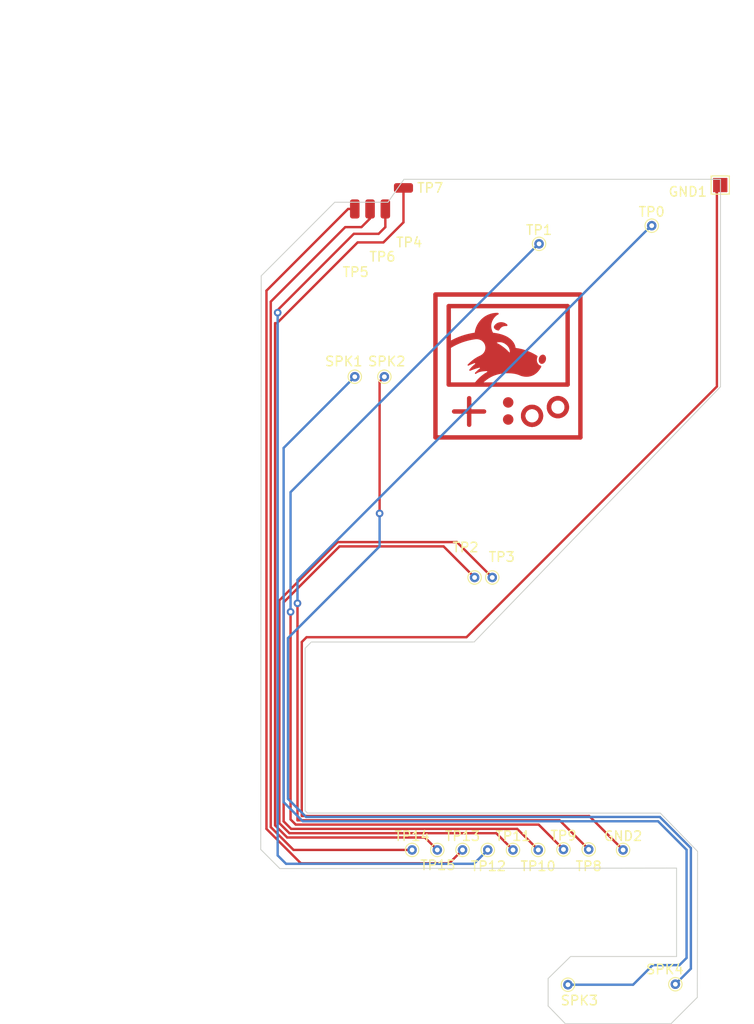
<source format=kicad_pcb>
(kicad_pcb (version 20221018) (generator pcbnew)
  (layers (0 "F.Cu" signal) (31 "B.Cu" signal) (34 "B.Paste" user) (35 "F.Paste" user) (36 "B.SilkS" user "B.Silkscreen") (37 "F.SilkS" user "F.Silkscreen") (38 "B.Mask" user) (39 "F.Mask" user) (44 "Edge.Cuts" user))
  (net 0 "")
  (net 1 "Net-(GND1-Pad1)")
  (net 2 "Net-(SPK1-Pad1)")
  (net 3 "Net-(SPK2-Pad1)")
  (net 4 "Net-(TP0-Pad1)")
  (net 5 "Net-(TP1-Pad1)")
  (net 6 "Net-(TP10-Pad1)")
  (net 7 "Net-(TP11-Pad1)")
  (net 8 "Net-(TP12-Pad1)")
  (net 9 "Net-(TP13-Pad1)")
  (net 10 "Net-(TP14-Pad1)")
  (net 11 "Net-(TP15-Pad1)")
  (footprint "Connector_Wire:SolderWirePad_1x01_SMD_1x2mm" (layer "F.Cu") (at 182.7 65)
    (fp_text reference "TP4")
    (fp_text value "TestPoint")
  )
  (footprint "TestPoint:TestPoint_THTPad_D1.0mm_Drill0.5mm" (layer "F.Cu") (at 185.5 132.05)
    (fp_text reference "TP14")
    (fp_text value "TestPoint")
  )
  (footprint "TestPoint:TestPoint_THTPad_D1.0mm_Drill0.5mm" (layer "F.Cu") (at 204 132)
    (fp_text reference "TP8")
    (fp_text value "TestPoint")
  )
  (footprint "TestPoint:TestPoint_THTPad_D1.0mm_Drill0.5mm" (layer "F.Cu") (at 196.071428 132.05)
    (fp_text reference "TP11")
    (fp_text value "TestPoint")
  )
  (footprint "TestPoint:TestPoint_Pad_1.5x1.5mm" (layer "F.Cu") (at 217.775 62.5)
    (fp_text reference "GND1")
    (fp_text value "TestPoint")
  )
  (footprint "Connector_Wire:SolderWirePad_1x01_SMD_1x2mm" (layer "F.Cu") (at 179.5 65)
    (fp_text reference "TP5")
    (fp_text value "TestPoint")
  )
  (footprint "TestPoint:TestPoint_THTPad_D1.0mm_Drill0.5mm" (layer "F.Cu") (at 193.9 103.55)
    (fp_text reference "TP3")
    (fp_text value "TestPoint")
  )
  (footprint "TestPoint:TestPoint_THTPad_D1.0mm_Drill0.5mm" (layer "F.Cu") (at 207.6 132.05)
    (fp_text reference "GND2")
    (fp_text value "TestPoint")
  )
  (footprint "TestPoint:TestPoint_THTPad_D1.0mm_Drill0.5mm" (layer "F.Cu") (at 193.428571 132.05)
    (fp_text reference "TP12")
    (fp_text value "TestPoint")
  )
  (footprint "TestPoint:TestPoint_THTPad_D1.0mm_Drill0.5mm" (layer "F.Cu") (at 179.5 82.55)
    (fp_text reference "SPK1")
    (fp_text value "TestPoint")
  )
  (footprint "TestPoint:TestPoint_THTPad_D1.0mm_Drill0.5mm" (layer "F.Cu") (at 213.075 146.1)
    (fp_text reference "SPK4")
    (fp_text value "TestPoint")
  )
  (footprint "TestPoint:TestPoint_THTPad_D1.0mm_Drill0.5mm" (layer "F.Cu") (at 190.785714 132.05)
    (fp_text reference "TP13")
    (fp_text value "TestPoint")
  )
  (footprint "TestPoint:TestPoint_THTPad_D1.0mm_Drill0.5mm" (layer "F.Cu") (at 188.142857 132.05)
    (fp_text reference "TP15")
    (fp_text value "TestPoint")
  )
  (footprint "TestPoint:TestPoint_THTPad_D1.0mm_Drill0.5mm" (layer "F.Cu") (at 192.05 103.55)
    (fp_text reference "TP2")
    (fp_text value "TestPoint")
  )
  (footprint "TestPoint:TestPoint_THTPad_D1.0mm_Drill0.5mm" (layer "F.Cu") (at 201.357142 132)
    (fp_text reference "TP9")
    (fp_text value "TestPoint")
  )
  (footprint "TestPoint:TestPoint_THTPad_D1.0mm_Drill0.5mm" (layer "F.Cu") (at 198.714285 132.05)
    (fp_text reference "TP10")
    (fp_text value "TestPoint")
  )
  (footprint "TestPoint:TestPoint_THTPad_D1.0mm_Drill0.5mm" (layer "F.Cu") (at 198.8 68.65)
    (fp_text reference "TP1")
    (fp_text value "TestPoint")
  )
  (footprint "Connector_Wire:SolderWirePad_1x01_SMD_1x2mm" (layer "F.Cu") (at 184.6 62.8 -90)
    (fp_text reference "TP7")
    (fp_text value "TestPoint")
  )
  (footprint "TestPoint:TestPoint_THTPad_D1.0mm_Drill0.5mm" (layer "F.Cu") (at 210.6 66.75)
    (fp_text reference "TP0")
    (fp_text value "TestPoint")
  )
  (footprint "TestPoint:TestPoint_THTPad_D1.0mm_Drill0.5mm" (layer "F.Cu") (at 182.6 82.55)
    (fp_text reference "SPK2")
    (fp_text value "TestPoint")
  )
  (footprint "TestPoint:TestPoint_THTPad_D1.0mm_Drill0.5mm" (layer "F.Cu") (at 201.825 146.15)
    (fp_text reference "SPK3")
    (fp_text value "TestPoint")
  )
  (footprint "Connector_Wire:SolderWirePad_1x01_SMD_1x2mm" (layer "F.Cu") (at 181.1 65)
    (fp_text reference "TP6")
    (fp_text value "TestPoint")
  )
  (gr_line (start 198.888256 86.19555) (end 198.908882 86.235821) (stroke (width 0.46302)) (layer "F.Cu"))
  (gr_line (start 197.3463 86.046643) (end 197.375656 86.012754) (stroke (width 0.46302)) (layer "F.Cu"))
  (gr_line (start 198.908882 87.045658) (end 198.888256 87.085929) (stroke (width 0.46302)) (layer "F.Cu"))
  (gr_line (start 201.678928 85.966635) (end 201.666342 86.010956) (stroke (width 0.46302)) (layer "F.Cu"))
  (gr_line (start 191.480864 84.799238) (end 191.480864 87.574719) (stroke (width 0.46302)) (layer "F.Cu"))
  (gr_line (start 200.916589 86.656437) (end 200.869847 86.662376) (stroke (width 0.46302)) (layer "F.Cu"))
  (gr_line (start 201.465701 86.361205) (end 201.434776 86.393642) (stroke (width 0.46302)) (layer "F.Cu"))
  (gr_line (start 201.697571 85.590984) (end 201.70351 85.637726) (stroke (width 0.46302)) (layer "F.Cu"))
  (gr_line (start 199.913771 86.096766) (end 199.897048 86.054352) (stroke (width 0.46302)) (layer "F.Cu"))
  (gr_line (start 201.793661 83.371811) (end 189.339062 83.371811) (stroke (width 0.46302)) (layer "F.Cu"))
  (gr_line (start 201.495057 86.327316) (end 201.465701 86.361205) (stroke (width 0.46302)) (layer "F.Cu"))
  (gr_line (start 199.97559 85.248918) (end 199.999883 85.211023) (stroke (width 0.46302)) (layer "F.Cu"))
  (gr_line (start 197.544807 87.415209) (end 197.508189 87.38917) (stroke (width 0.46302)) (layer "F.Cu"))
  (gr_line (start 201.666342 85.455483) (end 201.678928 85.499804) (stroke (width 0.46302)) (layer "F.Cu"))
  (gr_line (start 197.74587 85.763434) (end 197.789267 85.748751) (stroke (width 0.46302)) (layer "F.Cu"))
  (gr_line (start 198.694989 87.332088) (end 198.6611 87.361443) (stroke (width 0.46302)) (layer "F.Cu"))
  (gr_line (start 200.540938 84.828644) (end 200.586124 84.818215) (stroke (width 0.46302)) (layer "F.Cu"))
  (gr_line (start 200.822416 84.800456) (end 200.869847 84.804062) (stroke (width 0.46302)) (layer "F.Cu"))
  (gr_line (start 198.255233 87.555743) (end 198.209239 87.563957) (stroke (width 0.46302)) (layer "F.Cu"))
  (gr_line (start 201.70351 85.828713) (end 201.697571 85.875455) (stroke (width 0.46302)) (layer "F.Cu"))
  (gr_line (start 201.634935 86.096766) (end 201.616232 86.138137) (stroke (width 0.46302)) (layer "F.Cu"))
  (gr_line (start 198.34474 87.532729) (end 198.300419 87.545314) (stroke (width 0.46302)) (layer "F.Cu"))
  (gr_line (start 198.999767 86.592677) (end 199.000982 86.64074) (stroke (width 0.46302)) (layer "F.Cu"))
  (gr_line (start 200.252157 84.958749) (end 200.290051 84.934456) (stroke (width 0.46302)) (layer "F.Cu"))
  (gr_line (start 199.845196 85.828713) (end 199.841589 85.781282) (stroke (width 0.46302)) (layer "F.Cu"))
  (gr_line (start 198.694989 85.949392) (end 198.727426 85.980317) (stroke (width 0.46302)) (layer "F.Cu"))
  (gr_line (start 197.133024 86.64074) (end 197.13424 86.592677) (stroke (width 0.46302)) (layer "F.Cu"))
  (gr_line (start 197.143786 86.782975) (end 197.137846 86.736233) (stroke (width 0.46302)) (layer "F.Cu"))
  (gr_line (start 199.97559 86.217521) (end 199.953101 86.178409) (stroke (width 0.46302)) (layer "F.Cu"))
  (gr_line (start 198.115066 87.573503) (end 198.067003 87.574719) (stroke (width 0.46302)) (layer "F.Cu"))
  (gr_line (start 200.180256 86.453923) (end 200.146367 86.424567) (stroke (width 0.46302)) (layer "F.Cu"))
  (gr_line (start 200.632118 84.810002) (end 200.678859 84.804062) (stroke (width 0.46302)) (layer "F.Cu"))
  (gr_line (start 197.175014 86.363003) (end 197.189698 86.319607) (stroke (width 0.46302)) (layer "F.Cu"))
  (gr_line (start 198.865767 86.156438) (end 198.888256 86.19555) (stroke (width 0.46302)) (layer "F.Cu"))
  (gr_line (start 198.841473 86.118543) (end 198.865767 86.156438) (stroke (width 0.46302)) (layer "F.Cu"))
  (gr_line (start 200.05365 86.327316) (end 200.025923 86.292033) (stroke (width 0.46302)) (layer "F.Cu"))
  (gr_line (start 198.6611 85.920036) (end 198.694989 85.949392) (stroke (width 0.46302)) (layer "F.Cu"))
  (gr_line (start 201.36845 86.453923) (end 201.333167 86.48165) (stroke (width 0.46302)) (layer "F.Cu"))
  (gr_line (start 200.083005 86.361205) (end 200.05365 86.327316) (stroke (width 0.46302)) (layer "F.Cu"))
  (gr_line (start 187.95 88.89962) (end 187.95 73.95) (stroke (width 0.46302)) (layer "F.Cu"))
  (gr_poly (pts (xy 194.852479 76.843715) (xy 194.900352 76.846435) (xy 194.947917 76.851404) (xy 194.995025 76.858574) (xy 195.041527 76.867899) (xy 195.087272 76.879333) (xy 195.132113 76.892828) (xy 195.175899 76.908338) (xy 195.218482 76.925818) (xy 195.259713 76.94522) (xy 195.299442 76.966498) (xy 195.337519 76.989605) (xy 195.373797 77.014495) (xy 195.408124 77.041121) (xy 195.440354 77.069437) (xy 195.448328 77.077703) (xy 195.45563 77.08611) (xy 195.462251 77.09463) (xy 195.468185 77.103233) (xy 195.473426 77.111891) (xy 195.477966 77.120573) (xy 195.481799 77.129252) (xy 195.484918 77.137898) (xy 195.487316 77.146481) (xy 195.488986 77.154974) (xy 195.489547 77.159177) (xy 195.489922 77.163347) (xy 195.490113 77.167479) (xy 195.490117 77.17157) (xy 195.489934 77.175617) (xy 195.489563 77.179615) (xy 195.489004 77.183562) (xy 195.488255 77.187453) (xy 195.487316 77.191285) (xy 195.486185 77.195054) (xy 195.484863 77.198757) (xy 195.483347 77.20239) (xy 195.481378 77.206384) (xy 195.478912 77.210625) (xy 195.475901 77.215032) (xy 195.472299 77.219526) (xy 195.468056 77.224028) (xy 195.463127 77.228458) (xy 195.457464 77.232738) (xy 195.451018 77.236786) (xy 195.443743 77.240525) (xy 195.435591 77.243873) (xy 195.426515 77.246753) (xy 195.416467 77.249085) (xy 195.4054 77.250789) (xy 195.393266 77.251785) (xy 195.380018 77.251995) (xy 195.365608 77.251338) (xy 195.319431 77.248996) (xy 195.27502 77.249061) (xy 195.232353 77.251385) (xy 195.191408 77.255819) (xy 195.152166 77.262211) (xy 195.114605 77.270413) (xy 195.078703 77.280274) (xy 195.044439 77.291646) (xy 195.011793 77.304378) (xy 194.980742 77.318321) (xy 194.951266 77.333324) (xy 194.923344 77.349239) (xy 194.896954 77.365916) (xy 194.872076 77.383204) (xy 194.848687 77.400955) (xy 194.826767 77.419018) (xy 194.806295 77.437244) (xy 194.787249 77.455483) (xy 194.753351 77.491401) (xy 194.724905 77.525575) (xy 194.701741 77.556808) (xy 194.683688 77.583901) (xy 194.670579 77.605657) (xy 194.658508 77.628369) (xy 194.655062 77.635269) (xy 194.651546 77.641835) (xy 194.647965 77.648076) (xy 194.644324 77.653998) (xy 194.640628 77.659609) (xy 194.63688 77.664916) (xy 194.633086 77.669927) (xy 194.629249 77.67465) (xy 194.625374 77.679092) (xy 194.621467 77.68326) (xy 194.61753 77.687163) (xy 194.613569 77.690807) (xy 194.609588 77.6942) (xy 194.605592 77.697349) (xy 194.601585 77.700263) (xy 194.597571 77.702948) (xy 194.593556 77.705412) (xy 194.589543 77.707663) (xy 194.585537 77.709708) (xy 194.581542 77.711555) (xy 194.573606 77.714683) (xy 194.565769 77.717107) (xy 194.558069 77.718888) (xy 194.550539 77.720086) (xy 194.543217 77.720761) (xy 194.536139 77.720972) (xy 194.534039 77.720949) (xy 194.531956 77.720883) (xy 194.529892 77.720776) (xy 194.52785 77.720631) (xy 194.523838 77.72024) (xy 194.519934 77.719732) (xy 194.516154 77.719132) (xy 194.512513 77.718462) (xy 194.509028 77.717745) (xy 194.505713 77.717005) (xy 194.490076 77.713172) (xy 194.47451 77.70916) (xy 194.444113 77.700882) (xy 194.415578 77.692727) (xy 194.389956 77.685255) (xy 194.375405 77.681286) (xy 194.364355 77.677204) (xy 194.335997 77.66537) (xy 194.316874 77.656507) (xy 194.295282 77.64566) (xy 194.27184 77.632814) (xy 194.247165 77.617951) (xy 194.221879 77.601058) (xy 194.196599 77.582119) (xy 194.171945 77.561118) (xy 194.160046 77.549839) (xy 194.148536 77.538039) (xy 194.137492 77.525716) (xy 194.126991 77.512867) (xy 194.117111 77.499492) (xy 194.107929 77.485587) (xy 194.099523 77.471152) (xy 194.09197 77.456183) (xy 194.085348 77.44068) (xy 194.079733 77.42464) (xy 194.075268 77.4082) (xy 194.072041 77.391627) (xy 194.070051 77.374925) (xy 194.069295 77.358102) (xy 194.069771 77.341162) (xy 194.071478 77.324112) (xy 194.074413 77.306957) (xy 194.078576 77.289703) (xy 194.083962 77.272356) (xy 194.090572 77.254922) (xy 194.098402 77.237407) (xy 194.107452 77.219816) (xy 194.117718 77.202155) (xy 194.1292 77.18443) (xy 194.141894 77.166648) (xy 194.1558 77.148812) (xy 194.183867 77.116051) (xy 194.213458 77.085006) (xy 194.244519 77.055703) (xy 194.276992 77.028168) (xy 194.310822 77.002428) (xy 194.345952 76.978509) (xy 194.382326 76.956436) (xy 194.419888 76.936236) (xy 194.458581 76.917935) (xy 194.498351 76.90156) (xy 194.539139 76.887136) (xy 194.580891 76.874689) (xy 194.62355 76.864246) (xy 194.667059 76.855834) (xy 194.711363 76.849477) (xy 194.756405 76.845203) (xy 194.804447 76.843288)) (fill solid) (layer "F.Cu"))
  (gr_line (start 201.258655 86.531983) (end 201.219543 86.554472) (stroke (width 0.46302)) (layer "F.Cu"))
  (gr_line (start 199.932475 85.328301) (end 199.953101 85.28803) (stroke (width 0.46302)) (layer "F.Cu"))
  (gr_line (start 198.209239 87.563957) (end 198.162497 87.569897) (stroke (width 0.46302)) (layer "F.Cu"))
  (gr_line (start 198.990221 86.498504) (end 198.99616 86.545246) (stroke (width 0.46302)) (layer "F.Cu"))
  (gr_line (start 201.219543 84.911967) (end 201.258655 84.934456) (stroke (width 0.46302)) (layer "F.Cu"))
  (gr_line (start 197.924768 87.563957) (end 197.878774 87.555743) (stroke (width 0.46302)) (layer "F.Cu"))
  (gr_line (start 201.678928 85.499804) (end 201.689357 85.54499) (stroke (width 0.46302)) (layer "F.Cu"))
  (gr_line (start 198.471922 87.482618) (end 198.43055 87.501322) (stroke (width 0.46302)) (layer "F.Cu"))
  (gr_line (start 197.26824 87.125041) (end 197.245751 87.085929) (stroke (width 0.46302)) (layer "F.Cu"))
  (gr_line (start 201.1379 86.593802) (end 201.095486 86.610525) (stroke (width 0.46302)) (layer "F.Cu"))
  (gr_line (start 198.300419 87.545314) (end 198.255233 87.555743) (stroke (width 0.46302)) (layer "F.Cu"))
  (gr_line (start 198.971578 86.874155) (end 198.958993 86.918476) (stroke (width 0.46302)) (layer "F.Cu"))
  (gr_line (start 198.162497 87.569897) (end 198.115066 87.573503) (stroke (width 0.46302)) (layer "F.Cu"))
  (gr_line (start 201.495057 85.139122) (end 201.522783 85.174405) (stroke (width 0.46302)) (layer "F.Cu"))
  (gr_line (start 201.179271 84.891341) (end 201.219543 84.911967) (stroke (width 0.46302)) (layer "F.Cu"))
  (gr_line (start 201.095486 86.610525) (end 201.05209 86.625208) (stroke (width 0.46302)) (layer "F.Cu"))
  (gr_line (start 201.689357 85.921448) (end 201.678928 85.966635) (stroke (width 0.46302)) (layer "F.Cu"))
  (gr_line (start 197.406581 87.301162) (end 197.375656 87.268726) (stroke (width 0.46302)) (layer "F.Cu"))
  (gr_line (start 199.869778 85.499804) (end 199.882364 85.455483) (stroke (width 0.46302)) (layer "F.Cu"))
  (gr_line (start 198.018941 87.573503) (end 197.97151 87.569897) (stroke (width 0.46302)) (layer "F.Cu"))
  (gr_line (start 198.512193 87.461992) (end 198.471922 87.482618) (stroke (width 0.46302)) (layer "F.Cu"))
  (gr_line (start 197.472906 85.920036) (end 197.508189 85.892309) (stroke (width 0.46302)) (layer "F.Cu"))
  (gr_line (start 197.225125 86.235821) (end 197.245751 86.19555) (stroke (width 0.46302)) (layer "F.Cu"))
  (gr_line (start 198.944309 86.319607) (end 198.958993 86.363003) (stroke (width 0.46302)) (layer "F.Cu"))
  (gr_line (start 201.651659 86.054352) (end 201.634935 86.096766) (stroke (width 0.46302)) (layer "F.Cu"))
  (gr_line (start 197.318573 86.081925) (end 197.3463 86.046643) (stroke (width 0.46302)) (layer "F.Cu"))
  (gr_line (start 198.758351 87.268726) (end 198.727426 87.301162) (stroke (width 0.46302)) (layer "F.Cu"))
  (gr_line (start 197.13424 86.592677) (end 197.137846 86.545246) (stroke (width 0.46302)) (layer "F.Cu"))
  (gr_line (start 199.999883 86.255415) (end 199.97559 86.217521) (stroke (width 0.46302)) (layer "F.Cu"))
  (gr_line (start 199.869778 85.966635) (end 199.859349 85.921448) (stroke (width 0.46302)) (layer "F.Cu"))
  (gr_line (start 197.318573 87.199554) (end 197.292534 87.162936) (stroke (width 0.46302)) (layer "F.Cu"))
  (gr_line (start 201.70351 85.637726) (end 201.707117 85.685157) (stroke (width 0.46302)) (layer "F.Cu"))
  (gr_line (start 197.189698 86.319607) (end 197.206421 86.277193) (stroke (width 0.46302)) (layer "F.Cu"))
  (gr_line (start 201.708332 85.733219) (end 201.707117 85.781282) (stroke (width 0.46302)) (layer "F.Cu"))
  (gr_line (start 198.927586 87.004286) (end 198.908882 87.045658) (stroke (width 0.46302)) (layer "F.Cu"))
  (gr_line (start 200.180256 85.012516) (end 200.215539 84.984789) (stroke (width 0.46302)) (layer "F.Cu"))
  (gr_line (start 197.833588 85.736165) (end 197.878774 85.725736) (stroke (width 0.46302)) (layer "F.Cu"))
  (gr_poly (pts (xy 194.477321 75.864348) (xy 194.481318 75.864617) (xy 194.485286 75.865061) (xy 194.48922 75.865677) (xy 194.493117 75.866461) (xy 194.496971 75.867409) (xy 194.500779 75.868519) (xy 194.504535 75.869786) (xy 194.508234 75.871208) (xy 194.511873 75.87278) (xy 194.515446 75.874499) (xy 194.51895 75.876361) (xy 194.522378 75.878363) (xy 194.525728 75.880502) (xy 194.528994 75.882774) (xy 194.532171 75.885176) (xy 194.535255 75.887703) (xy 194.538242 75.890353) (xy 194.541126 75.893122) (xy 194.543904 75.896006) (xy 194.54657 75.899002) (xy 194.54912 75.902106) (xy 194.55155 75.905316) (xy 194.553854 75.908627) (xy 194.556029 75.912035) (xy 194.558069 75.915538) (xy 194.55997 75.919132) (xy 194.561727 75.922813) (xy 194.563336 75.926578) (xy 194.564793 75.930423) (xy 194.566092 75.934345) (xy 194.567228 75.93834) (xy 194.568625 75.944813) (xy 194.569565 75.951551) (xy 194.570008 75.95851) (xy 194.569916 75.965646) (xy 194.569251 75.972913) (xy 194.567973 75.980268) (xy 194.567092 75.983964) (xy 194.566044 75.987665) (xy 194.564824 75.991365) (xy 194.563425 75.99506) (xy 194.561845 75.998743) (xy 194.560078 76.002409) (xy 194.558119 76.006052) (xy 194.555963 76.009666) (xy 194.553606 76.013247) (xy 194.551042 76.016788) (xy 194.548267 76.020285) (xy 194.545276 76.02373) (xy 194.542065 76.02712) (xy 194.538627 76.030447) (xy 194.534959 76.033707) (xy 194.531055 76.036895) (xy 194.526911 76.040004) (xy 194.522522 76.043028) (xy 194.517883 76.045964) (xy 194.512989 76.048804) (xy 194.469874 76.070743) (xy 194.425351 76.097041) (xy 194.379782 76.127575) (xy 194.333527 76.162223) (xy 194.286947 76.200863) (xy 194.240401 76.243373) (xy 194.194251 76.28963) (xy 194.148857 76.339514) (xy 194.104579 76.392901) (xy 194.061777 76.44967) (xy 194.020812 76.509698) (xy 193.982045 76.572864) (xy 193.945836 76.639045) (xy 193.912546 76.708119) (xy 193.882534 76.779965) (xy 193.856161 76.854459) (xy 193.836316 76.922019) (xy 193.820184 76.989968) (xy 193.807757 77.058246) (xy 193.799028 77.126794) (xy 193.793988 77.195551) (xy 193.79263 77.264458) (xy 193.794946 77.333453) (xy 193.800929 77.402478) (xy 193.81057 77.471471) (xy 193.823863 77.540374) (xy 193.840798 77.609125) (xy 193.861369 77.677665) (xy 193.885568 77.745934) (xy 193.913387 77.813871) (xy 193.944818 77.881417) (xy 193.979853 77.948511) (xy 194.176134 77.972706) (xy 194.36125 78.002022) (xy 194.535529 78.036112) (xy 194.699296 78.074629) (xy 194.85288 78.117226) (xy 194.996607 78.163555) (xy 195.130803 78.21327) (xy 195.255796 78.266022) (xy 195.371913 78.321465) (xy 195.47948 78.379252) (xy 195.578825 78.439035) (xy 195.670273 78.500467) (xy 195.754153 78.563201) (xy 195.830792 78.626889) (xy 195.900515 78.691184) (xy 195.963649 78.75574) (xy 196.020523 78.820208) (xy 196.071462 78.884242) (xy 196.116794 78.947494) (xy 196.156845 79.009617) (xy 196.191943 79.070264) (xy 196.222414 79.129088) (xy 196.270783 79.239876) (xy 196.304567 79.339203) (xy 196.326383 79.424292) (xy 196.338844 79.492364) (xy 196.344567 79.540642) (xy 196.482413 79.557853) (xy 196.670573 79.587544) (xy 196.904359 79.635498) (xy 197.036895 79.66813) (xy 197.17908 79.707496) (xy 197.330325 79.754319) (xy 197.490046 79.809322) (xy 197.657656 79.873227) (xy 197.832569 79.946758) (xy 198.014199 80.030637) (xy 198.201959 80.125587) (xy 198.395263 80.232331) (xy 198.593525 80.351591) (xy 198.597529 80.354273) (xy 198.601353 80.357104) (xy 198.604998 80.360081) (xy 198.608461 80.363199) (xy 198.611743 80.366454) (xy 198.614842 80.369839) (xy 198.617758 80.373352) (xy 198.62049 80.376986) (xy 198.625398 80.384601) (xy 198.629558 80.392648) (xy 198.632965 80.401088) (xy 198.635611 80.409883) (xy 198.637489 80.418997) (xy 198.638593 80.42839) (xy 198.638917 80.438025) (xy 198.638452 80.447865) (xy 198.637194 80.457872) (xy 198.635133 80.468008) (xy 198.632265 80.478234) (xy 198.628582 80.488514) (xy 198.61926 80.516947) (xy 198.610871 80.544823) (xy 198.603386 80.572143) (xy 198.596778 80.59891) (xy 198.591017 80.625125) (xy 198.586076 80.650789) (xy 198.581925 80.675904) (xy 198.578538 80.70047) (xy 198.573938 80.747965) (xy 198.57205 80.793286) (xy 198.572646 80.836444) (xy 198.575499 80.877451) (xy 198.580383 80.916319) (xy 198.587072 80.953059) (xy 198.595338 80.987683) (xy 198.604954 81.020202) (xy 198.615695 81.050629) (xy 198.627333 81.078974) (xy 198.639641 81.10525) (xy 198.652394 81.129467) (xy 198.668442 81.156541) (xy 198.685496 81.182195) (xy 198.703433 81.206419) (xy 198.722126 81.229203) (xy 198.741451 81.250537) (xy 198.761282 81.270412) (xy 198.781496 81.288818) (xy 198.801966 81.305746) (xy 198.822568 81.321185) (xy 198.843176 81.335127) (xy 198.863667 81.34756) (xy 198.883914 81.358477) (xy 198.903793 81.367866) (xy 198.92318 81.375718) (xy 198.941948 81.382024) (xy 198.959973 81.386774) (xy 198.965351 81.388146) (xy 198.97057 81.389778) (xy 198.975624 81.391668) (xy 198.980509 81.393813) (xy 198.985219 81.39621) (xy 198.98975 81.398855) (xy 198.994097 81.401747) (xy 198.998254 81.404882) (xy 199.002219 81.408257) (xy 199.005984 81.41187) (xy 199.009546 81.415717) (xy 199.0129 81.419796) (xy 199.01604 81.424103) (xy 199.018962 81.428636) (xy 199.021662 81.433392) (xy 199.024134 81.438368) (xy 199.02656 81.444148) (xy 199.02863 81.450065) (xy 199.030343 81.456099) (xy 199.031699 81.462234) (xy 199.032699 81.468449) (xy 199.033343 81.474728) (xy 199.03363 81.481051) (xy 199.03356 81.4874) (xy 199.033133 81.493757) (xy 199.03235 81.500103) (xy 199.031211 81.50642) (xy 199.029715 81.512689) (xy 199.027862 81.518892) (xy 199.025653 81.525011) (xy 199.023087 81.531028) (xy 199.020165 81.536923) (xy 198.94851 81.663596) (xy 198.874139 81.779841) (xy 198.797352 81.886069) (xy 198.718449 81.982689) (xy 198.637729 82.070109) (xy 198.555492 82.14874) (xy 198.472038 82.218991) (xy 198.387666 82.28127) (xy 198.302675 82.335988) (xy 198.217366 82.383554) (xy 198.132038 82.424377) (xy 198.046991 82.458867) (xy 197.962525 82.487432) (xy 197.878938 82.510483) (xy 197.796531 82.528429) (xy 197.715604 82.541678) (xy 197.636455 82.550641) (xy 197.559385 82.555727) (xy 197.484693 82.557345) (xy 197.412679 82.555905) (xy 197.277884 82.545486) (xy 197.157395 82.527746) (xy 197.053611 82.50596) (xy 196.968929 82.483403) (xy 196.866457 82.449074) (xy 196.857857 82.445436) (xy 196.852131 82.442935) (xy 196.848858 82.44146) (xy 196.845289 82.439814) (xy 196.758484 82.401307) (xy 196.670261 82.366164) (xy 196.580689 82.334401) (xy 196.489838 82.306033) (xy 196.397777 82.281076) (xy 196.304577 82.259545) (xy 196.210308 82.241456) (xy 196.115038 82.226824) (xy 195.969432 82.210202) (xy 195.826302 82.197983) (xy 195.685654 82.190082) (xy 195.547491 82.186414) (xy 195.411817 82.186893) (xy 195.278638 82.191435) (xy 195.147957 82.199954) (xy 195.019778 82.212365) (xy 194.894106 82.228582) (xy 194.770944 82.248522) (xy 194.650298 82.272098) (xy 194.532171 82.299226) (xy 194.416568 82.32982) (xy 194.303492 82.363796) (xy 194.192949 82.401067) (xy 194.084942 82.441549) (xy 193.979475 82.485158) (xy 193.876553 82.531806) (xy 193.77618 82.581411) (xy 193.678361 82.633885) (xy 193.490398 82.747105) (xy 193.3127 82.870784) (xy 193.145299 83.004242) (xy 192.98823 83.146797) (xy 192.841526 83.297768) (xy 192.705222 83.456474) (xy 192.29148 83.452918) (xy 191.877738 83.451843) (xy 191.951552 83.342717) (xy 192.028309 83.236153) (xy 192.107897 83.132234) (xy 192.190205 83.031043) (xy 192.275121 82.932661) (xy 192.362535 82.837172) (xy 192.452333 82.744658) (xy 192.544406 82.6552) (xy 192.638641 82.568882) (xy 192.734928 82.485786) (xy 192.833154 82.405993) (xy 192.933209 82.329587) (xy 193.034981 82.25665) (xy 193.138358 82.187264) (xy 193.24323 82.121512) (xy 193.349484 82.059475) (xy 193.353313 82.057336) (xy 193.356861 82.054903) (xy 193.360128 82.052199) (xy 193.363113 82.049249) (xy 193.365813 82.046075) (xy 193.368229 82.042703) (xy 193.370358 82.039156) (xy 193.3722 82.035456) (xy 193.373753 82.031629) (xy 193.375016 82.027698) (xy 193.375988 82.023686) (xy 193.376667 82.019617) (xy 193.377053 82.015516) (xy 193.377144 82.011405) (xy 193.376939 82.007309) (xy 193.376437 82.003251) (xy 193.375637 81.999256) (xy 193.374536 81.995346) (xy 193.373135 81.991545) (xy 193.371432 81.987878) (xy 193.369426 81.984367) (xy 193.367115 81.981038) (xy 193.364499 81.977912) (xy 193.361575 81.975015) (xy 193.358344 81.97237) (xy 193.354803 81.970001) (xy 193.350952 81.967931) (xy 193.346788 81.966184) (xy 193.342312 81.964784) (xy 193.337522 81.963754) (xy 193.332416 81.963119) (xy 193.326994 81.962902) (xy 193.164149 81.969534) (xy 193.085349 81.974447) (xy 193.008233 81.980731) (xy 192.932753 81.988616) (xy 192.85886 81.998331) (xy 192.786506 82.010106) (xy 192.715642 82.02417) (xy 192.646219 82.040754) (xy 192.57819 82.060087) (xy 192.511506 82.082398) (xy 192.446118 82.107917) (xy 192.381978 82.136874) (xy 192.319038 82.169498) (xy 192.257249 82.20602) (xy 192.196562 82.246668) (xy 192.190096 82.250834) (xy 192.183496 82.254174) (xy 192.176801 82.256718) (xy 192.170048 82.258496) (xy 192.163274 82.25954) (xy 192.156516 82.259879) (xy 192.149812 82.259544) (xy 192.1432 82.258565) (xy 192.136717 82.256973) (xy 192.1304 82.254798) (xy 192.124287 82.25207) (xy 192.118415 82.248821) (xy 192.112821 82.245079) (xy 192.107544 82.240876) (xy 192.10262 82.236243) (xy 192.098087 82.231208) (xy 192.093982 82.225804) (xy 192.090342 82.22006) (xy 192.087206 82.214006) (xy 192.084611 82.207674) (xy 192.082593 82.201093) (xy 192.081191 82.194293) (xy 192.080441 82.187307) (xy 192.080382 82.180162) (xy 192.081051 82.172891) (xy 192.082484 82.165524) (xy 192.08472 82.15809) (xy 192.087796 82.15062) (xy 192.09175 82.143145) (xy 192.096618 82.135696) (xy 192.102438 82.128301) (xy 192.109248 82.120993) (xy 192.222296 82.008844) (xy 192.278238 81.9542) (xy 192.334971 81.900478) (xy 192.393378 81.847656) (xy 192.423486 81.821575) (xy 192.454344 81.79571) (xy 192.486062 81.770058) (xy 192.51875 81.744616) (xy 192.552521 81.719381) (xy 192.587483 81.694351) (xy 192.591195 81.691382) (xy 192.594521 81.688196) (xy 192.597469 81.684815) (xy 192.600043 81.681262) (xy 192.60225 81.677559) (xy 192.604095 81.67373) (xy 192.605586 81.669798) (xy 192.606727 81.665784) (xy 192.607526 81.661713) (xy 192.607987 81.657606) (xy 192.608118 81.653486) (xy 192.607924 81.649377) (xy 192.607411 81.645301) (xy 192.606585 81.64128) (xy 192.605452 81.637338) (xy 192.604019 81.633497) (xy 192.602292 81.62978) (xy 192.600276 81.62621) (xy 192.597977 81.62281) (xy 192.595402 81.619602) (xy 192.592557 81.616608) (xy 192.589447 81.613853) (xy 192.58608 81.611359) (xy 192.58246 81.609148) (xy 192.578594 81.607243) (xy 192.574488 81.605666) (xy 192.570148 81.604442) (xy 192.565579 81.603592) (xy 192.56079 81.60314) (xy 192.555784 81.603107) (xy 192.550568 81.603517) (xy 192.545149 81.604393) (xy 192.407451 81.639825) (xy 192.27824 81.676637) (xy 192.156208 81.714782) (xy 192.040043 81.754213) (xy 191.928437 81.794885) (xy 191.820078 81.836751) (xy 191.713657 81.879763) (xy 191.607864 81.923876) (xy 191.600631 81.926595) (xy 191.593458 81.928688) (xy 191.586365 81.930178) (xy 191.579372 81.931087) (xy 191.5725 81.931438) (xy 191.56577 81.931251) (xy 191.559203 81.930549) (xy 191.552818 81.929354) (xy 191.546637 81.927688) (xy 191.540679 81.925573) (xy 191.534967 81.923032) (xy 191.52952 81.920086) (xy 191.524358 81.916757) (xy 191.519503 81.913067) (xy 191.514975 81.909039) (xy 191.510795 81.904694) (xy 191.506982 81.900054) (xy 191.503559 81.895142) (xy 191.500545 81.88998) (xy 191.497961 81.884589) (xy 191.495827 81.878992) (xy 191.494165 81.87321) (xy 191.492994 81.867267) (xy 191.492336 81.861183) (xy 191.49221 81.85498) (xy 191.492638 81.848682) (xy 191.493641 81.842309) (xy 191.495237 81.835885) (xy 191.497449 81.82943) (xy 191.500297 81.822967) (xy 191.503802 81.816519) (xy 191.507983 81.810106) (xy 191.55427 81.746381) (xy 191.602696 81.684532) (xy 191.656021 81.622094) (xy 191.717004 81.556601) (xy 191.788405 81.48559) (xy 191.872984 81.406595) (xy 191.9735 81.317151) (xy 192.092713 81.214792) (xy 192.096398 81.211229) (xy 192.099648 81.207497) (xy 192.102473 81.203619) (xy 192.104882 81.199618) (xy 192.106887 81.195515) (xy 192.108496 81.191332) (xy 192.109721 81.187092) (xy 192.110572 81.182816) (xy 192.111058 81.178526) (xy 192.11119 81.174245) (xy 192.110978 81.169994) (xy 192.110432 81.165796) (xy 192.109563 81.161673) (xy 192.10838 81.157646) (xy 192.106894 81.153738) (xy 192.105115 81.149971) (xy 192.103052 81.146366) (xy 192.100718 81.142946) (xy 192.09812 81.139733) (xy 192.09527 81.136749) (xy 192.092178 81.134016) (xy 192.088854 81.131556) (xy 192.085308 81.129391) (xy 192.08155 81.127543) (xy 192.077591 81.126035) (xy 192.07344 81.124887) (xy 192.069108 81.124122) (xy 192.064605 81.123763) (xy 192.059942 81.123831) (xy 192.055127 81.124349) (xy 192.050172 81.125338) (xy 192.045087 81.12682) (xy 191.958065 81.156692) (xy 191.8744 81.187323) (xy 191.793788 81.218791) (xy 191.715928 81.251174) (xy 191.640518 81.28455) (xy 191.567255 81.318994) (xy 191.495837 81.354587) (xy 191.425962 81.391403) (xy 191.419787 81.39427) (xy 191.413443 81.396436) (xy 191.406971 81.397927) (xy 191.40041 81.398768) (xy 191.393803 81.398984) (xy 191.387188 81.398599) (xy 191.380607 81.397638) (xy 191.3741 81.396127) (xy 191.367707 81.394089) (xy 191.361468 81.39155) (xy 191.355425 81.388534) (xy 191.349618 81.385067) (xy 191.344087 81.381173) (xy 191.338872 81.376877) (xy 191.334015 81.372203) (xy 191.329554 81.367178) (xy 191.325532 81.361825) (xy 191.321989 81.356169) (xy 191.318964 81.350236) (xy 191.316498 81.344049) (xy 191.314633 81.337634) (xy 191.313407 81.331016) (xy 191.312862 81.324219) (xy 191.313039 81.317269) (xy 191.313976 81.31019) (xy 191.315716 81.303006) (xy 191.318299 81.295744) (xy 191.321764 81.288427) (xy 191.326153 81.28108) (xy 191.331505 81.273729) (xy 191.337862 81.266398) (xy 191.345264 81.259112) (xy 191.47858 81.130409) (xy 191.614819 81.005504) (xy 191.755786 80.884786) (xy 191.828607 80.826117) (xy 191.903287 80.76864) (xy 191.980053 80.712404) (xy 192.059129 80.657456) (xy 192.140742 80.603845) (xy 192.225118 80.55162) (xy 192.312481 80.500829) (xy 192.403059 80.45152) (xy 192.497076 80.403743) (xy 192.594759 80.357544) (xy 192.687111 80.31085) (xy 192.771035 80.259129) (xy 192.846675 80.202837) (xy 192.914176 80.142433) (xy 192.973684 80.078372) (xy 193.025343 80.011111) (xy 193.069298 79.941109) (xy 193.105694 79.868821) (xy 193.134676 79.794704) (xy 193.156388 79.719216) (xy 193.170976 79.642814) (xy 193.178584 79.565954) (xy 193.179357 79.489094) (xy 193.17344 79.41269) (xy 193.160978 79.3372) (xy 193.142116 79.26308) (xy 193.116998 79.190788) (xy 193.085769 79.12078) (xy 193.048575 79.053513) (xy 193.010583 78.996926) (xy 194.352915 78.996926) (xy 194.430035 79.036578) (xy 194.505346 79.077298) (xy 194.578806 79.118935) (xy 194.650372 79.161334) (xy 194.720004 79.204343) (xy 194.787659 79.247811) (xy 194.853295 79.291584) (xy 194.91687 79.335509) (xy 195.037672 79.423207) (xy 195.149727 79.509685) (xy 195.252702 79.59372) (xy 195.34626 79.674093) (xy 195.430067 79.749583) (xy 195.503788 79.818969) (xy 195.567087 79.881029) (xy 195.619628 79.934543) (xy 195.691099 80.01105) (xy 195.715519 80.038723) (xy 195.720083 80.018407) (xy 195.727725 79.961395) (xy 195.729863 79.920974) (xy 195.729367 79.873594) (xy 195.725102 79.819993) (xy 195.715933 79.760911) (xy 195.700725 79.697084) (xy 195.678344 79.629252) (xy 195.664109 79.594065) (xy 195.647656 79.558153) (xy 195.628842 79.521609) (xy 195.607525 79.484525) (xy 195.583565 79.446993) (xy 195.556818 79.409106) (xy 195.527143 79.370956) (xy 195.494399 79.332635) (xy 195.458443 79.294235) (xy 195.419134 79.25585) (xy 195.376329 79.21757) (xy 195.329888 79.179489) (xy 195.282565 79.143931) (xy 195.235527 79.111818) (xy 195.188855 79.082997) (xy 195.142627 79.057318) (xy 195.096924 79.034628) (xy 195.051825 79.014775) (xy 195.007411 78.997607) (xy 194.963761 78.982973) (xy 194.920955 78.970721) (xy 194.879072 78.960699) (xy 194.838193 78.952754) (xy 194.798398 78.946735) (xy 194.759766 78.942491) (xy 194.722376 78.939868) (xy 194.68631 78.938716) (xy 194.651646 78.938883) (xy 194.618465 78.940216) (xy 194.586846 78.942564) (xy 194.528614 78.949696) (xy 194.477588 78.959065) (xy 194.434409 78.969454) (xy 194.399713 78.97965) (xy 194.37414 78.988438) (xy 194.352915 78.996926) (xy 193.010583 78.996926) (xy 193.00556 78.989445) (xy 192.95687 78.929031) (xy 192.902647 78.872731) (xy 192.843039 78.820999) (xy 192.778189 78.774294) (xy 192.708243 78.733071) (xy 192.633345 78.697789) (xy 192.55364 78.668904) (xy 192.469273 78.646874) (xy 192.380389 78.632154) (xy 192.287132 78.625202) (xy 192.189648 78.626476) (xy 192.088082 78.636431) (xy 191.884609 78.66797) (xy 191.685929 78.704879) (xy 191.492015 78.746919) (xy 191.302838 78.793846) (xy 191.118369 78.845421) (xy 190.938582 78.901401) (xy 190.763448 78.961546) (xy 190.592938 79.025614) (xy 190.427025 79.093364) (xy 190.26568 79.164555) (xy 190.108876 79.238945) (xy 189.956584 79.316294) (xy 189.808776 79.396359) (xy 189.665425 79.4789) (xy 189.526501 79.563676) (xy 189.391977 79.650444) (xy 189.399543 79.451398) (xy 189.405372 79.252164) (xy 189.409465 79.052807) (xy 189.411822 78.853388) (xy 189.56248 78.76804) (xy 189.715284 78.686385) (xy 189.870192 78.608443) (xy 190.027164 78.534234) (xy 190.18616 78.463776) (xy 190.347137 78.39709) (xy 190.510057 78.334194) (xy 190.674877 78.275108) (xy 190.841558 78.219851) (xy 191.010058 78.168443) (xy 191.180337 78.120902) (xy 191.352355 78.077249) (xy 191.52607 78.037503) (xy 191.701442 78.001683) (xy 191.87843 77.969808) (xy 192.056994 77.941899) (xy 192.089878 77.748917) (xy 192.140174 77.556553) (xy 192.207524 77.366478) (xy 192.291574 77.180363) (xy 192.391968 76.999879) (xy 192.50835 76.826698) (xy 192.640365 76.662492) (xy 192.712124 76.584276) (xy 192.787657 76.508931) (xy 192.866921 76.436665) (xy 192.949871 76.367687) (xy 193.036462 76.302206) (xy 193.126651 76.240432) (xy 193.220392 76.182572) (xy 193.317641 76.128836) (xy 193.418354 76.079433) (xy 193.522486 76.034572) (xy 193.629993 75.994462) (xy 193.74083 75.959311) (xy 193.854953 75.929328) (xy 193.972317 75.904723) (xy 194.092879 75.885705) (xy 194.216593 75.872482) (xy 194.343415 75.865263) (xy 194.473301 75.864257)) (fill solid) (layer "F.Cu"))
  (gr_line (start 201.007769 86.637794) (end 200.962582 86.648223) (stroke (width 0.46302)) (layer "F.Cu"))
  (gr_line (start 200.290051 84.934456) (end 200.329164 84.911967) (stroke (width 0.46302)) (layer "F.Cu"))
  (gr_line (start 199.840374 85.733219) (end 199.841589 85.685157) (stroke (width 0.46302)) (layer "F.Cu"))
  (gr_line (start 198.958993 86.918476) (end 198.944309 86.961873) (stroke (width 0.46302)) (layer "F.Cu"))
  (gr_line (start 201.05209 86.625208) (end 201.007769 86.637794) (stroke (width 0.46302)) (layer "F.Cu"))
  (gr_line (start 201.522783 86.292033) (end 201.495057 86.327316) (stroke (width 0.46302)) (layer "F.Cu"))
  (gr_line (start 198.067003 87.574719) (end 198.018941 87.573503) (stroke (width 0.46302)) (layer "F.Cu"))
  (gr_line (start 200.215539 86.48165) (end 200.180256 86.453923) (stroke (width 0.46302)) (layer "F.Cu"))
  (gr_line (start 199.999883 85.211023) (end 200.025923 85.174405) (stroke (width 0.46302)) (layer "F.Cu"))
  (gr_line (start 197.406581 85.980317) (end 197.439017 85.949392) (stroke (width 0.46302)) (layer "F.Cu"))
  (gr_line (start 201.36845 85.012516) (end 201.402339 85.041871) (stroke (width 0.46302)) (layer "F.Cu"))
  (gr_line (start 198.727426 87.301162) (end 198.694989 87.332088) (stroke (width 0.46302)) (layer "F.Cu"))
  (gr_line (start 199.841589 85.685157) (end 199.845196 85.637726) (stroke (width 0.46302)) (layer "F.Cu"))
  (gr_line (start 200.45322 86.610525) (end 200.410807 86.593802) (stroke (width 0.46302)) (layer "F.Cu"))
  (gr_line (start 200.586124 84.818215) (end 200.632118 84.810002) (stroke (width 0.46302)) (layer "F.Cu"))
  (gr_line (start 198.944309 86.961873) (end 198.927586 87.004286) (stroke (width 0.46302)) (layer "F.Cu"))
  (gr_line (start 198.34474 85.748751) (end 198.388136 85.763434) (stroke (width 0.46302)) (layer "F.Cu"))
  (gr_line (start 200.586124 86.648223) (end 200.540938 86.637794) (stroke (width 0.46302)) (layer "F.Cu"))
  (gr_line (start 197.292534 87.162936) (end 197.26824 87.125041) (stroke (width 0.46302)) (layer "F.Cu"))
  (gr_line (start 199.932475 86.138137) (end 199.913771 86.096766) (stroke (width 0.46302)) (layer "F.Cu"))
  (gr_line (start 198.841473 87.162936) (end 198.815434 87.199554) (stroke (width 0.46302)) (layer "F.Cu"))
  (gr_line (start 200.252157 86.507689) (end 200.215539 86.48165) (stroke (width 0.46302)) (layer "F.Cu"))
  (gr_line (start 197.245751 86.19555) (end 197.26824 86.156438) (stroke (width 0.46302)) (layer "F.Cu"))
  (gr_line (start 201.793661 75.16576) (end 201.793661 83.371811) (stroke (width 0.46302)) (layer "F.Cu"))
  (gr_line (start 198.971578 86.407324) (end 198.982007 86.452511) (stroke (width 0.46302)) (layer "F.Cu"))
  (gr_line (start 197.143786 86.498504) (end 197.152 86.452511) (stroke (width 0.46302)) (layer "F.Cu"))
  (gr_line (start 200.146367 85.041871) (end 200.180256 85.012516) (stroke (width 0.46302)) (layer "F.Cu"))
  (gr_line (start 197.833588 87.545314) (end 197.789267 87.532729) (stroke (width 0.46302)) (layer "F.Cu"))
  (gr_line (start 200.726291 86.665983) (end 200.678859 86.662376) (stroke (width 0.46302)) (layer "F.Cu"))
  (gr_line (start 201.179271 86.575098) (end 201.1379 86.593802) (stroke (width 0.46302)) (layer "F.Cu"))
  (gr_line (start 197.621814 85.819487) (end 197.662085 85.798861) (stroke (width 0.46302)) (layer "F.Cu"))
  (gr_line (start 197.924768 85.717522) (end 197.97151 85.711583) (stroke (width 0.46302)) (layer "F.Cu"))
  (gr_line (start 198.512193 85.819487) (end 198.551305 85.841976) (stroke (width 0.46302)) (layer "F.Cu"))
  (gr_line (start 198.5892 85.86627) (end 198.625818 85.892309) (stroke (width 0.46302)) (layer "F.Cu"))
  (gr_line (start 200.215539 84.984789) (end 200.252157 84.958749) (stroke (width 0.46302)) (layer "F.Cu"))
  (gr_line (start 197.137846 86.545246) (end 197.143786 86.498504) (stroke (width 0.46302)) (layer "F.Cu"))
  (gr_line (start 201.434776 85.072797) (end 201.465701 85.105233) (stroke (width 0.46302)) (layer "F.Cu"))
  (gr_line (start 200.113931 86.393642) (end 200.083005 86.361205) (stroke (width 0.46302)) (layer "F.Cu"))
  (gr_line (start 198.815434 86.081925) (end 198.841473 86.118543) (stroke (width 0.46302)) (layer "F.Cu"))
  (gr_line (start 200.290051 86.531983) (end 200.252157 86.507689) (stroke (width 0.46302)) (layer "F.Cu"))
  (gr_line (start 201.434776 86.393642) (end 201.402339 86.424567) (stroke (width 0.46302)) (layer "F.Cu"))
  (gr_line (start 198.908882 86.235821) (end 198.927586 86.277193) (stroke (width 0.46302)) (layer "F.Cu"))
  (gr_line (start 197.582702 87.439503) (end 197.544807 87.415209) (stroke (width 0.46302)) (layer "F.Cu"))
  (gr_line (start 197.544807 85.86627) (end 197.582702 85.841976) (stroke (width 0.46302)) (layer "F.Cu"))
  (gr_line (start 200.025923 85.174405) (end 200.05365 85.139122) (stroke (width 0.46302)) (layer "F.Cu"))
  (gr_line (start 199.882364 85.455483) (end 199.897048 85.412086) (stroke (width 0.46302)) (layer "F.Cu"))
  (gr_line (start 201.707117 85.685157) (end 201.708332 85.733219) (stroke (width 0.46302)) (layer "F.Cu"))
  (gr_line (start 197.789267 85.748751) (end 197.833588 85.736165) (stroke (width 0.46302)) (layer "F.Cu"))
  (gr_line (start 189.339062 75.16576) (end 201.793661 75.16576) (stroke (width 0.46302)) (layer "F.Cu"))
  (gr_line (start 197.508189 85.892309) (end 197.544807 85.86627) (stroke (width 0.46302)) (layer "F.Cu"))
  (gr_line (start 197.472906 87.361443) (end 197.439017 87.332088) (stroke (width 0.46302)) (layer "F.Cu"))
  (gr_line (start 197.189698 86.961873) (end 197.175014 86.918476) (stroke (width 0.46302)) (layer "F.Cu"))
  (gr_line (start 199.913771 85.369673) (end 199.932475 85.328301) (stroke (width 0.46302)) (layer "F.Cu"))
  (gr_line (start 198.162497 85.711583) (end 198.209239 85.717522) (stroke (width 0.46302)) (layer "F.Cu"))
  (gr_line (start 197.26824 86.156438) (end 197.292534 86.118543) (stroke (width 0.46302)) (layer "F.Cu"))
  (gr_line (start 197.375656 87.268726) (end 197.3463 87.234837) (stroke (width 0.46302)) (layer "F.Cu"))
  (gr_line (start 198.727426 85.980317) (end 198.758351 86.012754) (stroke (width 0.46302)) (layer "F.Cu"))
  (gr_line (start 198.982007 86.452511) (end 198.990221 86.498504) (stroke (width 0.46302)) (layer "F.Cu"))
  (gr_line (start 198.43055 87.501322) (end 198.388136 87.518045) (stroke (width 0.46302)) (layer "F.Cu"))
  (gr_line (start 200.369435 86.575098) (end 200.329164 86.554472) (stroke (width 0.46302)) (layer "F.Cu"))
  (gr_line (start 197.74587 87.518045) (end 197.703457 87.501322) (stroke (width 0.46302)) (layer "F.Cu"))
  (gr_poly (pts (xy 195.594909 86.478733) (xy 195.622756 86.480851) (xy 195.650199 86.484338) (xy 195.677202 86.48916) (xy 195.703732 86.495283) (xy 195.729753 86.502673) (xy 195.755232 86.511294) (xy 195.780133 86.521112) (xy 195.804423 86.532093) (xy 195.828067 86.544203) (xy 195.85103 86.557406) (xy 195.873279 86.571669) (xy 195.894777 86.586957) (xy 195.915493 86.603236) (xy 195.935389 86.620471) (xy 195.954433 86.638628) (xy 195.97259 86.657672) (xy 195.989825 86.677568) (xy 196.006104 86.698283) (xy 196.021392 86.719782) (xy 196.035655 86.74203) (xy 196.048859 86.764993) (xy 196.060968 86.788637) (xy 196.07195 86.812927) (xy 196.081768 86.837828) (xy 196.090389 86.863307) (xy 196.097778 86.889328) (xy 196.103901 86.915858) (xy 196.108724 86.942861) (xy 196.112211 86.970304) (xy 196.114328 86.998151) (xy 196.115042 87.026369) (xy 196.114328 87.054587) (xy 196.112211 87.082434) (xy 196.108724 87.109877) (xy 196.103901 87.13688) (xy 196.097778 87.16341) (xy 196.090389 87.189431) (xy 196.081768 87.214909) (xy 196.07195 87.239811) (xy 196.060968 87.264101) (xy 196.048859 87.287744) (xy 196.035655 87.310708) (xy 196.021392 87.332956) (xy 196.006104 87.354455) (xy 195.989825 87.37517) (xy 195.97259 87.395066) (xy 195.954433 87.41411) (xy 195.935389 87.432267) (xy 195.915493 87.449502) (xy 195.894777 87.46578) (xy 195.873279 87.481069) (xy 195.85103 87.495332) (xy 195.828067 87.508535) (xy 195.804423 87.520645) (xy 195.780133 87.531626) (xy 195.755232 87.541445) (xy 195.729753 87.550066) (xy 195.703732 87.557455) (xy 195.677202 87.563578) (xy 195.650199 87.5684) (xy 195.622756 87.571888) (xy 195.594909 87.574005) (xy 195.566691 87.574719) (xy 195.538473 87.574005) (xy 195.510625 87.571888) (xy 195.483183 87.5684) (xy 195.45618 87.563578) (xy 195.42965 87.557455) (xy 195.403629 87.550066) (xy 195.37815 87.541445) (xy 195.353249 87.531626) (xy 195.328959 87.520645) (xy 195.305316 87.508535) (xy 195.282352 87.495332) (xy 195.260104 87.481069) (xy 195.238605 87.46578) (xy 195.21789 87.449502) (xy 195.197994 87.432267) (xy 195.17895 87.41411) (xy 195.160793 87.395066) (xy 195.143558 87.37517) (xy 195.127279 87.354455) (xy 195.111991 87.332956) (xy 195.097728 87.310708) (xy 195.084524 87.287744) (xy 195.072415 87.264101) (xy 195.061434 87.239811) (xy 195.051615 87.214909) (xy 195.042994 87.189431) (xy 195.035605 87.16341) (xy 195.029482 87.13688) (xy 195.024659 87.109877) (xy 195.021172 87.082434) (xy 195.019055 87.054587) (xy 195.018341 87.026369) (xy 195.019055 86.998151) (xy 195.021172 86.970304) (xy 195.024659 86.942861) (xy 195.029482 86.915858) (xy 195.035605 86.889328) (xy 195.042994 86.863307) (xy 195.051615 86.837828) (xy 195.061434 86.812927) (xy 195.072415 86.788637) (xy 195.084524 86.764993) (xy 195.097728 86.74203) (xy 195.111991 86.719782) (xy 195.127279 86.698283) (xy 195.143558 86.677568) (xy 195.160793 86.657672) (xy 195.17895 86.638628) (xy 195.197994 86.620471) (xy 195.21789 86.603236) (xy 195.238605 86.586957) (xy 195.260104 86.571669) (xy 195.282352 86.557406) (xy 195.305316 86.544203) (xy 195.328959 86.532093) (xy 195.353249 86.521112) (xy 195.37815 86.511294) (xy 195.403629 86.502673) (xy 195.42965 86.495283) (xy 195.45618 86.48916) (xy 195.483183 86.484338) (xy 195.510625 86.480851) (xy 195.538473 86.478733) (xy 195.566691 86.47802)) (fill solid) (layer "F.Cu"))
  (gr_line (start 199.897048 86.054352) (end 199.882364 86.010956) (stroke (width 0.46302)) (layer "F.Cu"))
  (gr_line (start 197.225125 87.045658) (end 197.206421 87.004286) (stroke (width 0.46302)) (layer "F.Cu"))
  (gr_line (start 201.697571 85.875455) (end 201.689357 85.921448) (stroke (width 0.46302)) (layer "F.Cu"))
  (gr_line (start 201.666342 86.010956) (end 201.651659 86.054352) (stroke (width 0.46302)) (layer "F.Cu"))
  (gr_line (start 197.439017 85.949392) (end 197.472906 85.920036) (stroke (width 0.46302)) (layer "F.Cu"))
  (gr_line (start 198.990221 86.782975) (end 198.982007 86.828969) (stroke (width 0.46302)) (layer "F.Cu"))
  (gr_line (start 187.95 73.95) (end 203.129145 73.95) (stroke (width 0.46302)) (layer "F.Cu"))
  (gr_line (start 200.726291 84.800456) (end 200.774353 84.79924) (stroke (width 0.46302)) (layer "F.Cu"))
  (gr_line (start 198.888256 87.085929) (end 198.865767 87.125041) (stroke (width 0.46302)) (layer "F.Cu"))
  (gr_line (start 201.634935 85.369673) (end 201.651659 85.412086) (stroke (width 0.46302)) (layer "F.Cu"))
  (gr_line (start 200.822416 86.665983) (end 200.774353 86.667198) (stroke (width 0.46302)) (layer "F.Cu"))
  (gr_line (start 201.707117 85.781282) (end 201.70351 85.828713) (stroke (width 0.46302)) (layer "F.Cu"))
  (gr_line (start 198.115066 85.707976) (end 198.162497 85.711583) (stroke (width 0.46302)) (layer "F.Cu"))
  (gr_line (start 197.439017 87.332088) (end 197.406581 87.301162) (stroke (width 0.46302)) (layer "F.Cu"))
  (gr_line (start 197.703457 87.501322) (end 197.662085 87.482618) (stroke (width 0.46302)) (layer "F.Cu"))
  (gr_line (start 198.787707 86.046643) (end 198.815434 86.081925) (stroke (width 0.46302)) (layer "F.Cu"))
  (gr_line (start 201.333167 84.984789) (end 201.36845 85.012516) (stroke (width 0.46302)) (layer "F.Cu"))
  (gr_line (start 197.206421 86.277193) (end 197.225125 86.235821) (stroke (width 0.46302)) (layer "F.Cu"))
  (gr_line (start 197.152 86.828969) (end 197.143786 86.782975) (stroke (width 0.46302)) (layer "F.Cu"))
  (gr_line (start 201.616232 85.328301) (end 201.634935 85.369673) (stroke (width 0.46302)) (layer "F.Cu"))
  (gr_line (start 201.258655 84.934456) (end 201.296549 84.958749) (stroke (width 0.46302)) (layer "F.Cu"))
  (gr_line (start 201.007769 84.828644) (end 201.05209 84.84123) (stroke (width 0.46302)) (layer "F.Cu"))
  (gr_line (start 198.067003 85.706761) (end 198.115066 85.707976) (stroke (width 0.46302)) (layer "F.Cu"))
  (gr_line (start 198.787707 87.234837) (end 198.758351 87.268726) (stroke (width 0.46302)) (layer "F.Cu"))
  (gr_line (start 197.292534 86.118543) (end 197.318573 86.081925) (stroke (width 0.46302)) (layer "F.Cu"))
  (gr_line (start 201.595606 86.178409) (end 201.573117 86.217521) (stroke (width 0.46302)) (layer "F.Cu"))
  (gr_line (start 201.689357 85.54499) (end 201.697571 85.590984) (stroke (width 0.46302)) (layer "F.Cu"))
  (gr_line (start 200.869847 86.662376) (end 200.822416 86.665983) (stroke (width 0.46302)) (layer "F.Cu"))
  (gr_line (start 189.904609 86.186978) (end 193.039921 86.186978) (stroke (width 0.46302)) (layer "F.Cu"))
  (gr_line (start 198.43055 85.780157) (end 198.471922 85.798861) (stroke (width 0.46302)) (layer "F.Cu"))
  (gr_line (start 201.1379 84.872637) (end 201.179271 84.891341) (stroke (width 0.46302)) (layer "F.Cu"))
  (gr_line (start 200.916589 84.810002) (end 200.962582 84.818215) (stroke (width 0.46302)) (layer "F.Cu"))
  (gr_poly (pts (xy 199.224296 80.239484) (xy 199.243211 80.241635) (xy 199.262049 80.245042) (xy 199.280779 80.249727) (xy 199.299156 80.255646) (xy 199.316944 80.262709) (xy 199.33413 80.270882) (xy 199.350699 80.280127) (xy 199.366637 80.290407) (xy 199.381929 80.301687) (xy 199.396561 80.31393) (xy 199.410519 80.327098) (xy 199.423787 80.341156) (xy 199.436353 80.356067) (xy 199.4482 80.371794) (xy 199.459316 80.388301) (xy 199.479292 80.423508) (xy 199.496167 80.461395) (xy 199.509826 80.50167) (xy 199.520152 80.544039) (xy 199.52703 80.58821) (xy 199.530346 80.633891) (xy 199.529984 80.680789) (xy 199.525829 80.728611) (xy 199.517764 80.777064) (xy 199.505676 80.825857) (xy 199.498572 80.849091) (xy 199.490664 80.871891) (xy 199.481974 80.894226) (xy 199.472521 80.916064) (xy 199.462323 80.937376) (xy 199.451401 80.958129) (xy 199.439773 80.978293) (xy 199.427459 80.997837) (xy 199.414478 81.01673) (xy 199.400851 81.034941) (xy 199.386595 81.052438) (xy 199.371731 81.069192) (xy 199.356278 81.08517) (xy 199.340255 81.100342) (xy 199.323682 81.114677) (xy 199.306578 81.128143) (xy 199.293728 81.137522) (xy 199.280736 81.14631) (xy 199.267613 81.154505) (xy 199.254374 81.162105) (xy 199.24103 81.169108) (xy 199.227594 81.175513) (xy 199.214078 81.181316) (xy 199.200496 81.186517) (xy 199.186859 81.191114) (xy 199.173181 81.195104) (xy 199.159473 81.198485) (xy 199.145749 81.201256) (xy 199.132022 81.203414) (xy 199.118302 81.204958) (xy 199.104605 81.205886) (xy 199.090941 81.206196) (xy 199.080744 81.206038) (xy 199.070508 81.205555) (xy 199.060257 81.20473) (xy 199.050013 81.203549) (xy 199.0398 81.201996) (xy 199.029642 81.200056) (xy 199.019561 81.197712) (xy 199.014557 81.196384) (xy 199.009581 81.19495) (xy 198.991204 81.188974) (xy 198.973416 81.18186) (xy 198.95623 81.173644) (xy 198.93966 81.164362) (xy 198.923721 81.15405) (xy 198.908427 81.142746) (xy 198.893793 81.130484) (xy 198.879832 81.117301) (xy 198.866559 81.103234) (xy 198.853988 81.088319) (xy 198.842134 81.072591) (xy 198.83101 81.056087) (xy 198.811013 81.020896) (xy 198.794111 80.983036) (xy 198.780417 80.942796) (xy 198.770047 80.900466) (xy 198.763115 80.856336) (xy 198.759735 80.810695) (xy 198.760022 80.763833) (xy 198.764089 80.71604) (xy 198.772052 80.667606) (xy 198.784023 80.61882) (xy 198.79146 80.594671) (xy 198.799733 80.571103) (xy 198.808811 80.548139) (xy 198.818662 80.525803) (xy 198.829256 80.504119) (xy 198.840561 80.483109) (xy 198.852545 80.462796) (xy 198.865176 80.443204) (xy 198.878424 80.424357) (xy 198.892257 80.406276) (xy 198.906643 80.388987) (xy 198.92155 80.372511) (xy 198.936948 80.356873) (xy 198.952805 80.342094) (xy 198.969089 80.3282) (xy 198.985769 80.315212) (xy 199.002813 80.303155) (xy 199.02019 80.292051) (xy 199.037868 80.281924) (xy 199.055816 80.272796) (xy 199.074003 80.264692) (xy 199.092396 80.257634) (xy 199.110965 80.251646) (xy 199.129677 80.246751) (xy 199.148502 80.242972) (xy 199.167408 80.240333) (xy 199.186364 80.238856) (xy 199.205337 80.238566)) (fill solid) (layer "F.Cu"))
  (gr_line (start 197.152 86.452511) (end 197.162429 86.407324) (stroke (width 0.46302)) (layer "F.Cu"))
  (gr_line (start 201.548823 86.255415) (end 201.522783 86.292033) (stroke (width 0.46302)) (layer "F.Cu"))
  (gr_line (start 197.175014 86.918476) (end 197.162429 86.874155) (stroke (width 0.46302)) (layer "F.Cu"))
  (gr_line (start 198.209239 85.717522) (end 198.255233 85.725736) (stroke (width 0.46302)) (layer "F.Cu"))
  (gr_line (start 200.774353 86.667198) (end 200.726291 86.665983) (stroke (width 0.46302)) (layer "F.Cu"))
  (gr_line (start 199.859349 85.921448) (end 199.851136 85.875455) (stroke (width 0.46302)) (layer "F.Cu"))
  (gr_line (start 201.296549 86.507689) (end 201.258655 86.531983) (stroke (width 0.46302)) (layer "F.Cu"))
  (gr_line (start 198.551305 85.841976) (end 198.5892 85.86627) (stroke (width 0.46302)) (layer "F.Cu"))
  (gr_line (start 201.05209 84.84123) (end 201.095486 84.855914) (stroke (width 0.46302)) (layer "F.Cu"))
  (gr_line (start 189.339062 83.371811) (end 189.339062 75.16576) (stroke (width 0.46302)) (layer "F.Cu"))
  (gr_line (start 200.962582 84.818215) (end 201.007769 84.828644) (stroke (width 0.46302)) (layer "F.Cu"))
  (gr_line (start 199.851136 85.875455) (end 199.845196 85.828713) (stroke (width 0.46302)) (layer "F.Cu"))
  (gr_line (start 199.897048 85.412086) (end 199.913771 85.369673) (stroke (width 0.46302)) (layer "F.Cu"))
  (gr_line (start 201.616232 86.138137) (end 201.595606 86.178409) (stroke (width 0.46302)) (layer "F.Cu"))
  (gr_line (start 199.953101 86.178409) (end 199.932475 86.138137) (stroke (width 0.46302)) (layer "F.Cu"))
  (gr_line (start 197.97151 85.711583) (end 198.018941 85.707976) (stroke (width 0.46302)) (layer "F.Cu"))
  (gr_line (start 199.953101 85.28803) (end 199.97559 85.248918) (stroke (width 0.46302)) (layer "F.Cu"))
  (gr_line (start 200.678859 84.804062) (end 200.726291 84.800456) (stroke (width 0.46302)) (layer "F.Cu"))
  (gr_line (start 199.851136 85.590984) (end 199.859349 85.54499) (stroke (width 0.46302)) (layer "F.Cu"))
  (gr_line (start 200.146367 86.424567) (end 200.113931 86.393642) (stroke (width 0.46302)) (layer "F.Cu"))
  (gr_line (start 197.789267 87.532729) (end 197.74587 87.518045) (stroke (width 0.46302)) (layer "F.Cu"))
  (gr_line (start 198.5892 87.415209) (end 198.551305 87.439503) (stroke (width 0.46302)) (layer "F.Cu"))
  (gr_line (start 200.369435 84.891341) (end 200.410807 84.872637) (stroke (width 0.46302)) (layer "F.Cu"))
  (gr_line (start 198.255233 85.725736) (end 198.300419 85.736165) (stroke (width 0.46302)) (layer "F.Cu"))
  (gr_line (start 197.878774 87.555743) (end 197.833588 87.545314) (stroke (width 0.46302)) (layer "F.Cu"))
  (gr_line (start 200.05365 85.139122) (end 200.083005 85.105233) (stroke (width 0.46302)) (layer "F.Cu"))
  (gr_line (start 200.113931 85.072797) (end 200.146367 85.041871) (stroke (width 0.46302)) (layer "F.Cu"))
  (gr_line (start 198.99616 86.545246) (end 198.999767 86.592677) (stroke (width 0.46302)) (layer "F.Cu"))
  (gr_line (start 198.758351 86.012754) (end 198.787707 86.046643) (stroke (width 0.46302)) (layer "F.Cu"))
  (gr_line (start 198.6611 87.361443) (end 198.625818 87.38917) (stroke (width 0.46302)) (layer "F.Cu"))
  (gr_line (start 201.595606 85.28803) (end 201.616232 85.328301) (stroke (width 0.46302)) (layer "F.Cu"))
  (gr_line (start 200.962582 86.648223) (end 200.916589 86.656437) (stroke (width 0.46302)) (layer "F.Cu"))
  (gr_line (start 201.573117 85.248918) (end 201.595606 85.28803) (stroke (width 0.46302)) (layer "F.Cu"))
  (gr_line (start 198.625818 87.38917) (end 198.5892 87.415209) (stroke (width 0.46302)) (layer "F.Cu"))
  (gr_line (start 201.402339 86.424567) (end 201.36845 86.453923) (stroke (width 0.46302)) (layer "F.Cu"))
  (gr_line (start 198.625818 85.892309) (end 198.6611 85.920036) (stroke (width 0.46302)) (layer "F.Cu"))
  (gr_line (start 199.000982 86.64074) (end 198.999767 86.688802) (stroke (width 0.46302)) (layer "F.Cu"))
  (gr_line (start 203.129145 73.95) (end 203.129145 88.89962) (stroke (width 0.46302)) (layer "F.Cu"))
  (gr_line (start 197.662085 87.482618) (end 197.621814 87.461992) (stroke (width 0.46302)) (layer "F.Cu"))
  (gr_line (start 197.3463 87.234837) (end 197.318573 87.199554) (stroke (width 0.46302)) (layer "F.Cu"))
  (gr_line (start 198.865767 87.125041) (end 198.841473 87.162936) (stroke (width 0.46302)) (layer "F.Cu"))
  (gr_line (start 198.388136 85.763434) (end 198.43055 85.780157) (stroke (width 0.46302)) (layer "F.Cu"))
  (gr_poly (pts (xy 195.594909 84.691473) (xy 195.622756 84.693591) (xy 195.650199 84.697078) (xy 195.677202 84.7019) (xy 195.703732 84.708023) (xy 195.729753 84.715413) (xy 195.755232 84.724034) (xy 195.780133 84.733852) (xy 195.804423 84.744833) (xy 195.828067 84.756943) (xy 195.85103 84.770147) (xy 195.873279 84.78441) (xy 195.894777 84.799698) (xy 195.915493 84.815977) (xy 195.935389 84.833212) (xy 195.954433 84.851368) (xy 195.97259 84.870412) (xy 195.989825 84.890309) (xy 196.006104 84.911024) (xy 196.021392 84.932523) (xy 196.035655 84.954771) (xy 196.048859 84.977734) (xy 196.060968 85.001378) (xy 196.07195 85.025668) (xy 196.081768 85.050569) (xy 196.090389 85.076048) (xy 196.097778 85.102069) (xy 196.103901 85.128598) (xy 196.108724 85.155601) (xy 196.112211 85.183044) (xy 196.114328 85.210891) (xy 196.115042 85.239109) (xy 196.114328 85.267327) (xy 196.112211 85.295175) (xy 196.108724 85.322617) (xy 196.103901 85.349621) (xy 196.097778 85.37615) (xy 196.090389 85.402172) (xy 196.081768 85.42765) (xy 196.07195 85.452552) (xy 196.060968 85.476841) (xy 196.048859 85.500485) (xy 196.035655 85.523448) (xy 196.021392 85.545697) (xy 196.006104 85.567195) (xy 195.989825 85.58791) (xy 195.97259 85.607807) (xy 195.954433 85.626851) (xy 195.935389 85.645007) (xy 195.915493 85.662242) (xy 195.894777 85.678521) (xy 195.873279 85.693809) (xy 195.85103 85.708072) (xy 195.828067 85.721276) (xy 195.804423 85.733385) (xy 195.780133 85.744367) (xy 195.755232 85.754185) (xy 195.729753 85.762806) (xy 195.703732 85.770195) (xy 195.677202 85.776318) (xy 195.650199 85.78114) (xy 195.622756 85.784628) (xy 195.594909 85.786745) (xy 195.566691 85.787459) (xy 195.538473 85.786745) (xy 195.510625 85.784628) (xy 195.483183 85.78114) (xy 195.45618 85.776318) (xy 195.42965 85.770195) (xy 195.403629 85.762806) (xy 195.37815 85.754185) (xy 195.353249 85.744367) (xy 195.328959 85.733385) (xy 195.305316 85.721276) (xy 195.282352 85.708072) (xy 195.260104 85.693809) (xy 195.238605 85.678521) (xy 195.21789 85.662242) (xy 195.197994 85.645007) (xy 195.17895 85.626851) (xy 195.160793 85.607807) (xy 195.143558 85.58791) (xy 195.127279 85.567195) (xy 195.111991 85.545697) (xy 195.097728 85.523448) (xy 195.084524 85.500485) (xy 195.072415 85.476841) (xy 195.061434 85.452552) (xy 195.051615 85.42765) (xy 195.042994 85.402172) (xy 195.035605 85.37615) (xy 195.029482 85.349621) (xy 195.024659 85.322617) (xy 195.021172 85.295175) (xy 195.019055 85.267327) (xy 195.018341 85.239109) (xy 195.019055 85.210891) (xy 195.021172 85.183044) (xy 195.024659 85.155601) (xy 195.029482 85.128598) (xy 195.035605 85.102069) (xy 195.042994 85.076048) (xy 195.051615 85.050569) (xy 195.061434 85.025668) (xy 195.072415 85.001378) (xy 195.084524 84.977734) (xy 195.097728 84.954771) (xy 195.111991 84.932523) (xy 195.127279 84.911024) (xy 195.143558 84.890309) (xy 195.160793 84.870412) (xy 195.17895 84.851368) (xy 195.197994 84.833212) (xy 195.21789 84.815977) (xy 195.238605 84.799698) (xy 195.260104 84.78441) (xy 195.282352 84.770147) (xy 195.305316 84.756943) (xy 195.328959 84.744833) (xy 195.353249 84.733852) (xy 195.37815 84.724034) (xy 195.403629 84.715413) (xy 195.42965 84.708023) (xy 195.45618 84.7019) (xy 195.483183 84.697078) (xy 195.510625 84.693591) (xy 195.538473 84.691473) (xy 195.566691 84.69076)) (fill solid) (layer "F.Cu"))
  (gr_line (start 200.869847 84.804062) (end 200.916589 84.810002) (stroke (width 0.46302)) (layer "F.Cu"))
  (gr_line (start 197.508189 87.38917) (end 197.472906 87.361443) (stroke (width 0.46302)) (layer "F.Cu"))
  (gr_line (start 198.99616 86.736233) (end 198.990221 86.782975) (stroke (width 0.46302)) (layer "F.Cu"))
  (gr_line (start 201.573117 86.217521) (end 201.548823 86.255415) (stroke (width 0.46302)) (layer "F.Cu"))
  (gr_line (start 198.815434 87.199554) (end 198.787707 87.234837) (stroke (width 0.46302)) (layer "F.Cu"))
  (gr_line (start 198.958993 86.363003) (end 198.971578 86.407324) (stroke (width 0.46302)) (layer "F.Cu"))
  (gr_line (start 199.841589 85.781282) (end 199.840374 85.733219) (stroke (width 0.46302)) (layer "F.Cu"))
  (gr_line (start 200.410807 86.593802) (end 200.369435 86.575098) (stroke (width 0.46302)) (layer "F.Cu"))
  (gr_line (start 198.388136 87.518045) (end 198.34474 87.532729) (stroke (width 0.46302)) (layer "F.Cu"))
  (gr_line (start 197.703457 85.780157) (end 197.74587 85.763434) (stroke (width 0.46302)) (layer "F.Cu"))
  (gr_line (start 198.300419 85.736165) (end 198.34474 85.748751) (stroke (width 0.46302)) (layer "F.Cu"))
  (gr_line (start 198.471922 85.798861) (end 198.512193 85.819487) (stroke (width 0.46302)) (layer "F.Cu"))
  (gr_line (start 201.465701 85.105233) (end 201.495057 85.139122) (stroke (width 0.46302)) (layer "F.Cu"))
  (gr_line (start 199.845196 85.637726) (end 199.851136 85.590984) (stroke (width 0.46302)) (layer "F.Cu"))
  (gr_line (start 198.999767 86.688802) (end 198.99616 86.736233) (stroke (width 0.46302)) (layer "F.Cu"))
  (gr_line (start 199.859349 85.54499) (end 199.869778 85.499804) (stroke (width 0.46302)) (layer "F.Cu"))
  (gr_line (start 200.496617 86.625208) (end 200.45322 86.610525) (stroke (width 0.46302)) (layer "F.Cu"))
  (gr_line (start 201.522783 85.174405) (end 201.548823 85.211023) (stroke (width 0.46302)) (layer "F.Cu"))
  (gr_line (start 203.129145 88.89962) (end 187.95 88.89962) (stroke (width 0.46302)) (layer "F.Cu"))
  (gr_line (start 197.878774 85.725736) (end 197.924768 85.717522) (stroke (width 0.46302)) (layer "F.Cu"))
  (gr_line (start 201.296549 84.958749) (end 201.333167 84.984789) (stroke (width 0.46302)) (layer "F.Cu"))
  (gr_line (start 200.632118 86.656437) (end 200.586124 86.648223) (stroke (width 0.46302)) (layer "F.Cu"))
  (gr_line (start 197.162429 86.407324) (end 197.175014 86.363003) (stroke (width 0.46302)) (layer "F.Cu"))
  (gr_line (start 200.496617 84.84123) (end 200.540938 84.828644) (stroke (width 0.46302)) (layer "F.Cu"))
  (gr_line (start 197.97151 87.569897) (end 197.924768 87.563957) (stroke (width 0.46302)) (layer "F.Cu"))
  (gr_line (start 200.45322 84.855914) (end 200.496617 84.84123) (stroke (width 0.46302)) (layer "F.Cu"))
  (gr_line (start 197.245751 87.085929) (end 197.225125 87.045658) (stroke (width 0.46302)) (layer "F.Cu"))
  (gr_line (start 201.219543 86.554472) (end 201.179271 86.575098) (stroke (width 0.46302)) (layer "F.Cu"))
  (gr_line (start 197.621814 87.461992) (end 197.582702 87.439503) (stroke (width 0.46302)) (layer "F.Cu"))
  (gr_line (start 200.329164 86.554472) (end 200.290051 86.531983) (stroke (width 0.46302)) (layer "F.Cu"))
  (gr_line (start 200.678859 86.662376) (end 200.632118 86.656437) (stroke (width 0.46302)) (layer "F.Cu"))
  (gr_line (start 200.774353 84.79924) (end 200.822416 84.800456) (stroke (width 0.46302)) (layer "F.Cu"))
  (gr_line (start 197.206421 87.004286) (end 197.189698 86.961873) (stroke (width 0.46302)) (layer "F.Cu"))
  (gr_line (start 197.13424 86.688802) (end 197.133024 86.64074) (stroke (width 0.46302)) (layer "F.Cu"))
  (gr_line (start 198.982007 86.828969) (end 198.971578 86.874155) (stroke (width 0.46302)) (layer "F.Cu"))
  (gr_line (start 197.375656 86.012754) (end 197.406581 85.980317) (stroke (width 0.46302)) (layer "F.Cu"))
  (gr_line (start 200.083005 85.105233) (end 200.113931 85.072797) (stroke (width 0.46302)) (layer "F.Cu"))
  (gr_line (start 200.025923 86.292033) (end 199.999883 86.255415) (stroke (width 0.46302)) (layer "F.Cu"))
  (gr_line (start 201.548823 85.211023) (end 201.573117 85.248918) (stroke (width 0.46302)) (layer "F.Cu"))
  (gr_line (start 197.582702 85.841976) (end 197.621814 85.819487) (stroke (width 0.46302)) (layer "F.Cu"))
  (gr_line (start 197.662085 85.798861) (end 197.703457 85.780157) (stroke (width 0.46302)) (layer "F.Cu"))
  (gr_line (start 201.402339 85.041871) (end 201.434776 85.072797) (stroke (width 0.46302)) (layer "F.Cu"))
  (gr_line (start 198.551305 87.439503) (end 198.512193 87.461992) (stroke (width 0.46302)) (layer "F.Cu"))
  (gr_line (start 199.882364 86.010956) (end 199.869778 85.966635) (stroke (width 0.46302)) (layer "F.Cu"))
  (gr_line (start 200.410807 84.872637) (end 200.45322 84.855914) (stroke (width 0.46302)) (layer "F.Cu"))
  (gr_line (start 200.329164 84.911967) (end 200.369435 84.891341) (stroke (width 0.46302)) (layer "F.Cu"))
  (gr_line (start 201.333167 86.48165) (end 201.296549 86.507689) (stroke (width 0.46302)) (layer "F.Cu"))
  (gr_line (start 198.927586 86.277193) (end 198.944309 86.319607) (stroke (width 0.46302)) (layer "F.Cu"))
  (gr_line (start 198.018941 85.707976) (end 198.067003 85.706761) (stroke (width 0.46302)) (layer "F.Cu"))
  (gr_line (start 201.651659 85.412086) (end 201.666342 85.455483) (stroke (width 0.46302)) (layer "F.Cu"))
  (gr_line (start 197.137846 86.736233) (end 197.13424 86.688802) (stroke (width 0.46302)) (layer "F.Cu"))
  (gr_line (start 201.095486 84.855914) (end 201.1379 84.872637) (stroke (width 0.46302)) (layer "F.Cu"))
  (gr_line (start 197.162429 86.874155) (end 197.152 86.828969) (stroke (width 0.46302)) (layer "F.Cu"))
  (gr_line (start 200.540938 86.637794) (end 200.496617 86.625208) (stroke (width 0.46302)) (layer "F.Cu"))
  (gr_line (start 169.65 132) (end 171.65 134) (stroke (width 0.1)) (layer "Edge.Cuts"))
  (gr_line (start 215.4 132.2) (end 215.375 147.475) (stroke (width 0.1)) (layer "Edge.Cuts"))
  (gr_line (start 215.4 132.2) (end 211.5 128.2) (stroke (width 0.1)) (layer "Edge.Cuts"))
  (gr_line (start 182.975 64.3) (end 177.4 64.3) (stroke (width 0.1)) (layer "Edge.Cuts"))
  (gr_line (start 174.3 110.95) (end 174.95 110.3) (stroke (width 0.1)) (layer "Edge.Cuts"))
  (gr_line (start 174.55 128.2) (end 174.3 127.95) (stroke (width 0.1)) (layer "Edge.Cuts"))
  (gr_line (start 174.95 110.3) (end 192 110.3) (stroke (width 0.1)) (layer "Edge.Cuts"))
  (gr_line (start 174.3 127.95) (end 174.3 110.95) (stroke (width 0.1)) (layer "Edge.Cuts"))
  (gr_line (start 201.55 150.225) (end 199.75 148.375) (stroke (width 0.1)) (layer "Edge.Cuts"))
  (gr_line (start 213.2 143.2) (end 213.2 133.95) (stroke (width 0.1)) (layer "Edge.Cuts"))
  (gr_line (start 217.8 83.6) (end 217.8 61.9) (stroke (width 0.1)) (layer "Edge.Cuts"))
  (gr_line (start 215.375 147.475) (end 212.625 150.225) (stroke (width 0.1)) (layer "Edge.Cuts"))
  (gr_line (start 212.625 150.225) (end 201.55 150.225) (stroke (width 0.1)) (layer "Edge.Cuts"))
  (gr_line (start 199.75 145.5) (end 202.1 143.2) (stroke (width 0.1)) (layer "Edge.Cuts"))
  (gr_line (start 177.4 64.3) (end 169.7 72) (stroke (width 0.1)) (layer "Edge.Cuts"))
  (gr_line (start 169.7 72) (end 169.65 132) (stroke (width 0.1)) (layer "Edge.Cuts"))
  (gr_line (start 211.5 128.2) (end 174.55 128.2) (stroke (width 0.1)) (layer "Edge.Cuts"))
  (gr_line (start 171.65 134) (end 213.2 133.95) (stroke (width 0.1)) (layer "Edge.Cuts"))
  (gr_line (start 202.1 143.2) (end 213.2 143.2) (stroke (width 0.1)) (layer "Edge.Cuts"))
  (gr_line (start 184.65 61.9) (end 182.975 64.3) (stroke (width 0.1)) (layer "Edge.Cuts"))
  (gr_line (start 199.75 148.375) (end 199.75 145.5) (stroke (width 0.1)) (layer "Edge.Cuts"))
  (gr_line (start 192 110.3) (end 217.8 83.6) (stroke (width 0.1)) (layer "Edge.Cuts"))
  (gr_line (start 215.5 61.9) (end 184.65 61.9) (stroke (width 0.1)) (layer "Edge.Cuts"))
  (gr_line (start 217.8 61.9) (end 215.5 61.9) (stroke (width 0.1)) (layer "Edge.Cuts"))
  (segment (start 204.05 128.5) (end 207.6 132.05) (width 0.25) (layer "F.Cu") (net 1))
  (segment (start 217.425 83.575) (end 191.2 109.8) (width 0.25) (layer "F.Cu") (net 1))
  (segment (start 173.95 128.5) (end 204.05 128.5) (width 0.25) (layer "F.Cu") (net 1))
  (segment (start 174.45 109.8) (end 173.95 110.3) (width 0.25) (layer "F.Cu") (net 1))
  (segment (start 217.425 63.3) (end 217.425 83.575) (width 0.25) (layer "F.Cu") (net 1))
  (segment (start 191.2 109.8) (end 174.45 109.8) (width 0.25) (layer "F.Cu") (net 1))
  (segment (start 173.95 110.3) (end 173.95 128.5) (width 0.25) (layer "F.Cu") (net 1))
  (segment (start 217.375 63.25) (end 217.425 63.3) (width 0.25) (layer "F.Cu") (net 1))
  (segment (start 208.65 146.15) (end 201.825 146.15) (width 0.25) (layer "B.Cu") (net 2))
  (segment (start 210.7 144.1) (end 208.65 146.15) (width 0.25) (layer "B.Cu") (net 2))
  (segment (start 214.25 132.036396) (end 214.25 143.35) (width 0.25) (layer "B.Cu") (net 2))
  (segment (start 172.0495 127.0495) (end 174.05 129.05) (width 0.25) (layer "B.Cu") (net 2))
  (segment (start 179.5 82.55) (end 172.0495 90.0005) (width 0.25) (layer "B.Cu") (net 2))
  (segment (start 172.0495 90.0005) (end 172.0495 127.0495) (width 0.25) (layer "B.Cu") (net 2))
  (segment (start 213.5 144.1) (end 210.7 144.1) (width 0.25) (layer "B.Cu") (net 2))
  (segment (start 211.263604 129.05) (end 214.25 132.036396) (width 0.25) (layer "B.Cu") (net 2))
  (segment (start 174.05 129.05) (end 211.263604 129.05) (width 0.25) (layer "B.Cu") (net 2))
  (segment (start 214.25 143.35) (end 213.5 144.1) (width 0.25) (layer "B.Cu") (net 2))
  (segment (start 182.1 83.05) (end 182.6 82.55) (width 0.25) (layer "F.Cu") (net 3))
  (segment (start 182.1 96.85) (end 182.1 83.05) (width 0.25) (layer "F.Cu") (net 3))
  (via (at 182.1 96.85) (size 0.8) (drill 0.4) (layers "F.Cu" "B.Cu") (net 3))
  (segment (start 214.7 144.475) (end 213.075 146.1) (width 0.25) (layer "B.Cu") (net 3))
  (segment (start 172.4995 109.8995) (end 172.4995 126.6995) (width 0.25) (layer "B.Cu") (net 3))
  (segment (start 182.1 100.299) (end 172.4995 109.8995) (width 0.25) (layer "B.Cu") (net 3))
  (segment (start 214.7 131.85) (end 214.7 144.475) (width 0.25) (layer "B.Cu") (net 3))
  (segment (start 174.4 128.6) (end 211.45 128.6) (width 0.25) (layer "B.Cu") (net 3))
  (segment (start 172.4995 126.6995) (end 174.4 128.6) (width 0.25) (layer "B.Cu") (net 3))
  (segment (start 182.1 96.85) (end 182.1 100.299) (width 0.25) (layer "B.Cu") (net 3))
  (segment (start 211.45 128.6) (end 214.7 131.85) (width 0.25) (layer "B.Cu") (net 3))
  (segment (start 173.5 128.95) (end 173.5 106.25) (width 0.25) (layer "F.Cu") (net 4))
  (segment (start 204 132) (end 200.95 128.95) (width 0.25) (layer "F.Cu") (net 4))
  (segment (start 200.95 128.95) (end 173.5 128.95) (width 0.25) (layer "F.Cu") (net 4))
  (via (at 173.5 106.25) (size 0.8) (drill 0.4) (layers "F.Cu" "B.Cu") (net 4))
  (segment (start 173.5 103.8) (end 210.55 66.75) (width 0.25) (layer "B.Cu") (net 4))
  (segment (start 210.55 66.75) (end 210.6 66.75) (width 0.25) (layer "B.Cu") (net 4))
  (segment (start 173.5 106.25) (end 173.5 103.8) (width 0.25) (layer "B.Cu") (net 4))
  (segment (start 172.7745 128.860896) (end 172.7745 107.15) (width 0.25) (layer "F.Cu") (net 5))
  (segment (start 173.313604 129.4) (end 172.7745 128.860896) (width 0.25) (layer "F.Cu") (net 5))
  (segment (start 198.757142 129.4) (end 173.313604 129.4) (width 0.25) (layer "F.Cu") (net 5))
  (segment (start 201.357142 132) (end 198.757142 129.4) (width 0.25) (layer "F.Cu") (net 5))
  (via (at 172.7745 107.15) (size 0.8) (drill 0.4) (layers "F.Cu" "B.Cu") (net 5))
  (segment (start 172.7745 107.15) (end 172.7745 94.6255) (width 0.25) (layer "B.Cu") (net 5))
  (segment (start 172.7745 94.6255) (end 198.75 68.65) (width 0.25) (layer "B.Cu") (net 5))
  (segment (start 198.75 68.65) (end 198.8 68.65) (width 0.25) (layer "B.Cu") (net 5))
  (segment (start 172.05 129.063604) (end 172.05 106.15) (width 0.25) (layer "F.Cu") (net 6))
  (segment (start 198.714285 132.05) (end 196.514285 129.85) (width 0.25) (layer "F.Cu") (net 6))
  (segment (start 177.9 100.3) (end 188.8 100.3) (width 0.25) (layer "F.Cu") (net 6))
  (segment (start 196.514285 129.85) (end 172.836396 129.85) (width 0.25) (layer "F.Cu") (net 6))
  (segment (start 172.836396 129.85) (end 172.05 129.063604) (width 0.25) (layer "F.Cu") (net 6))
  (segment (start 188.8 100.3) (end 192.05 103.55) (width 0.25) (layer "F.Cu") (net 6))
  (segment (start 172.05 106.15) (end 177.9 100.3) (width 0.25) (layer "F.Cu") (net 6))
  (segment (start 171.6 129.25) (end 171.6 105.95) (width 0.25) (layer "F.Cu") (net 7))
  (segment (start 190.2 99.85) (end 193.9 103.55) (width 0.25) (layer "F.Cu") (net 7))
  (segment (start 171.6 105.95) (end 177.7 99.85) (width 0.25) (layer "F.Cu") (net 7))
  (segment (start 177.7 99.85) (end 190.2 99.85) (width 0.25) (layer "F.Cu") (net 7))
  (segment (start 196.071428 132.05) (end 194.321428 130.3) (width 0.25) (layer "F.Cu") (net 7))
  (segment (start 194.321428 130.3) (end 172.65 130.3) (width 0.25) (layer "F.Cu") (net 7))
  (segment (start 172.65 130.3) (end 171.6 129.25) (width 0.25) (layer "F.Cu") (net 7))
  (segment (start 171.15 75.85) (end 171.4245 75.85) (width 0.25) (layer "F.Cu") (net 8))
  (segment (start 182.7 66.9) (end 182.7 65) (width 0.25) (layer "F.Cu") (net 8))
  (segment (start 182 67.6) (end 179.4 67.6) (width 0.25) (layer "F.Cu") (net 8))
  (segment (start 182.7 66.9) (end 182 67.6) (width 0.25) (layer "F.Cu") (net 8))
  (segment (start 179.4 67.6) (end 171.15 75.85) (width 0.25) (layer "F.Cu") (net 8))
  (via (at 171.4245 75.85) (size 0.8) (drill 0.4) (layers "F.Cu" "B.Cu") (net 8))
  (segment (start 172.3 133.5) (end 191.978571 133.5) (width 0.25) (layer "B.Cu") (net 8))
  (segment (start 171.4245 75.85) (end 171.4245 132.6245) (width 0.25) (layer "B.Cu") (net 8))
  (segment (start 191.978571 133.5) (end 193.428571 132.05) (width 0.25) (layer "B.Cu") (net 8))
  (segment (start 171.4245 132.6245) (end 172.3 133.5) (width 0.25) (layer "B.Cu") (net 8))
  (segment (start 170.25 73.55) (end 170.25 129.85) (width 0.25) (layer "F.Cu") (net 9))
  (segment (start 178.8 65) (end 170.25 73.55) (width 0.25) (layer "F.Cu") (net 9))
  (segment (start 189.45 133.45) (end 189.45 133.385714) (width 0.25) (layer "F.Cu") (net 9))
  (segment (start 189.45 133.385714) (end 190.785714 132.05) (width 0.25) (layer "F.Cu") (net 9))
  (segment (start 179.5 65) (end 178.8 65) (width 0.25) (layer "F.Cu") (net 9))
  (segment (start 173.85 133.45) (end 189.45 133.45) (width 0.25) (layer "F.Cu") (net 9))
  (segment (start 170.25 129.85) (end 173.85 133.45) (width 0.25) (layer "F.Cu") (net 9))
  (segment (start 181.1 66) (end 181.1 65) (width 0.25) (layer "F.Cu") (net 10))
  (segment (start 170.7 74.7) (end 178.5 66.9) (width 0.25) (layer "F.Cu") (net 10))
  (segment (start 170.7 129.663604) (end 170.7 74.7) (width 0.25) (layer "F.Cu") (net 10))
  (segment (start 180.2 66.9) (end 181.1 66) (width 0.25) (layer "F.Cu") (net 10))
  (segment (start 173.086396 132.05) (end 170.7 129.663604) (width 0.25) (layer "F.Cu") (net 10))
  (segment (start 178.5 66.9) (end 180.2 66.9) (width 0.25) (layer "F.Cu") (net 10))
  (segment (start 185.5 132.05) (end 173.086396 132.05) (width 0.25) (layer "F.Cu") (net 10))
  (segment (start 186.85 130.757143) (end 186.85 130.75) (width 0.25) (layer "F.Cu") (net 11))
  (segment (start 186.85 130.75) (end 172.422792 130.75) (width 0.25) (layer "F.Cu") (net 11))
  (segment (start 171.15 129.477208) (end 171.15 76.95) (width 0.25) (layer "F.Cu") (net 11))
  (segment (start 172.422792 130.75) (end 171.15 129.477208) (width 0.25) (layer "F.Cu") (net 11))
  (segment (start 182.5 68.5) (end 184.6 66.4) (width 0.25) (layer "F.Cu") (net 11))
  (segment (start 171.15 76.95) (end 171.349805 76.95) (width 0.25) (layer "F.Cu") (net 11))
  (segment (start 171.349805 76.95) (end 179.799805 68.5) (width 0.25) (layer "F.Cu") (net 11))
  (segment (start 184.6 66.4) (end 184.6 62.8) (width 0.25) (layer "F.Cu") (net 11))
  (segment (start 179.799805 68.5) (end 182.5 68.5) (width 0.25) (layer "F.Cu") (net 11))
  (segment (start 188.142857 132.05) (end 186.85 130.757143) (width 0.25) (layer "F.Cu") (net 11))
)
</source>
